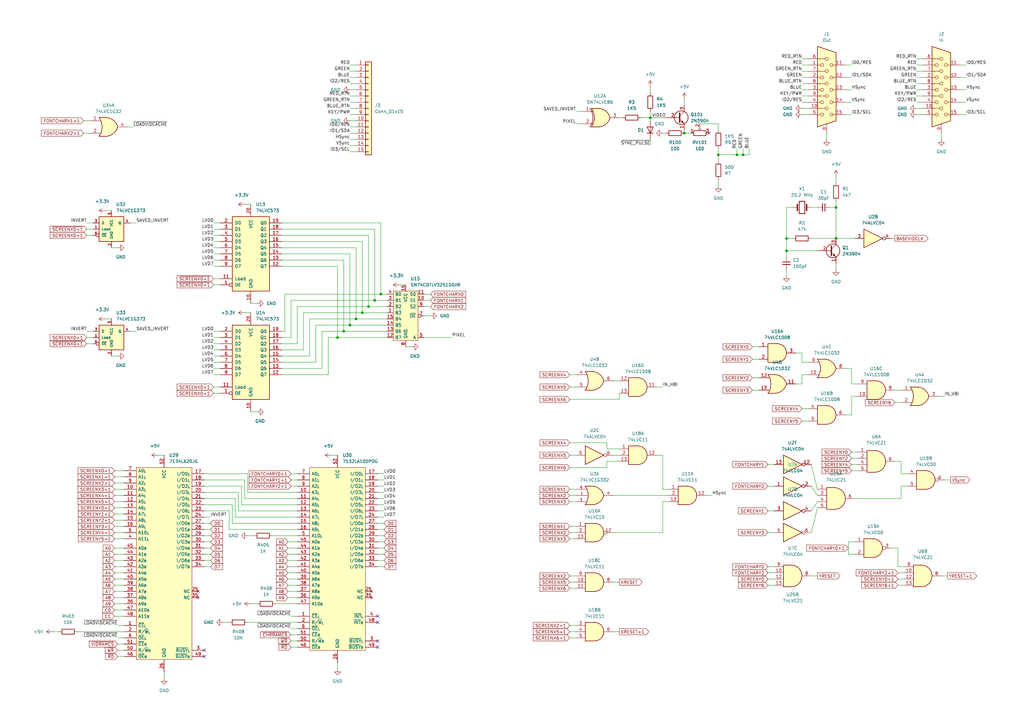
<source format=kicad_sch>
(kicad_sch (version 20211123) (generator eeschema)
  (paper "A3")
  (title_block (title "JupiterAce Z80 plus KIO and new memory format.") (rev "${REVNUM}") (company "Ontobus") (comment 1 "John Bradley") (comment 2 "https://creativecommons.org/licenses/by-nc-sa/4.0/") (comment 3 "Attribution-NonCommercial-ShareAlike 4.0 International License.") (comment 4 "This work is licensed under a Creative Commons "))
  (junction (at 294.64 63.5))
  (junction (at 151.13 125.73))
  (junction (at 322.58 102.87))
  (junction (at 148.59 128.27))
  (junction (at 156.21 120.65))
  (junction (at 322.58 97.79))
  (junction (at 138.43 138.43))
  (junction (at 143.51 133.35))
  (junction (at 153.67 123.19))
  (junction (at 342.9 97.79))
  (junction (at 280.67 54.61))
  (junction (at 146.05 130.81))
  (junction (at 140.97 135.89))
  (junction (at 266.7 48.26))
  (junction (at 342.9 85.09))
  (junction (at 302.26 63.5))
  (junction (at 304.8 63.5))
  (no_connect (at 290.83 54.61))
  (no_connect (at 154.94 265.43))
  (no_connect (at 154.94 262.89))
  (no_connect (at 83.82 269.24))
  (no_connect (at 154.94 255.27))
  (no_connect (at 83.82 266.7))
  (no_connect (at 154.94 252.73))
  (wire (pts (xy 119.38 194.31) (xy 121.92 194.31)))
  (wire (pts (xy 314.96 218.44) (xy 317.5 218.44)))
  (wire (pts (xy 83.82 224.79) (xy 86.36 224.79)))
  (wire (pts (xy 111.76 219.71) (xy 121.92 219.71)))
  (wire (pts (xy 251.46 186.69) (xy 254 186.69)))
  (wire (pts (xy 328.93 41.91) (xy 331.47 41.91)))
  (wire (pts (xy 375.92 29.21) (xy 378.46 29.21)))
  (wire (pts (xy 115.57 99.06) (xy 148.59 99.06)))
  (wire (pts (xy 143.51 133.35) (xy 158.75 133.35)))
  (wire (pts (xy 369.57 194.31) (xy 372.11 194.31)))
  (wire (pts (xy 134.62 153.67) (xy 134.62 138.43)))
  (wire (pts (xy 115.57 106.68) (xy 140.97 106.68)))
  (wire (pts (xy 302.26 60.96) (xy 302.26 63.5)))
  (wire (pts (xy 251.46 156.21) (xy 254 156.21)))
  (wire (pts (xy 251.46 203.2) (xy 274.32 203.2)))
  (wire (pts (xy 50.8 195.58) (xy 46.99 195.58)))
  (wire (pts (xy 233.68 191.77) (xy 248.92 191.77)))
  (wire (pts (xy 251.46 218.44) (xy 271.78 218.44)))
  (wire (pts (xy 100.33 128.27) (xy 102.87 128.27)))
  (wire (pts (xy 50.8 232.41) (xy 46.99 232.41)))
  (wire (pts (xy 67.31 275.59) (xy 67.31 278.13)))
  (wire (pts (xy 233.68 241.3) (xy 236.22 241.3)))
  (wire (pts (xy 154.94 217.17) (xy 157.48 217.17)))
  (wire (pts (xy 143.51 31.75) (xy 146.05 31.75)))
  (wire (pts (xy 38.1 93.98) (xy 35.56 93.98)))
  (wire (pts (xy 367.03 165.1) (xy 369.57 165.1)))
  (wire (pts (xy 83.82 229.87) (xy 86.36 229.87)))
  (wire (pts (xy 43.18 86.36) (xy 45.72 86.36)))
  (wire (pts (xy 115.57 146.05) (xy 127 146.05)))
  (wire (pts (xy 43.18 130.81) (xy 45.72 130.81)))
  (wire (pts (xy 121.92 212.09) (xy 96.52 212.09)))
  (wire (pts (xy 143.51 59.69) (xy 146.05 59.69)))
  (wire (pts (xy 322.58 85.09) (xy 325.12 85.09)))
  (wire (pts (xy 121.92 209.55) (xy 97.79 209.55)))
  (wire (pts (xy 262.89 48.26) (xy 266.7 48.26)))
  (wire (pts (xy 173.99 120.65) (xy 176.53 120.65)))
  (wire (pts (xy 342.9 107.95) (xy 342.9 110.49)))
  (wire (pts (xy 339.09 57.15) (xy 339.09 54.61)))
  (wire (pts (xy 46.99 252.73) (xy 50.8 252.73)))
  (wire (pts (xy 271.78 205.74) (xy 271.78 218.44)))
  (wire (pts (xy 48.26 261.62) (xy 50.8 261.62)))
  (wire (pts (xy 233.68 163.83) (xy 254 163.83)))
  (wire (pts (xy 266.7 48.26) (xy 273.05 48.26)))
  (wire (pts (xy 116.84 120.65) (xy 156.21 120.65)))
  (wire (pts (xy 93.98 217.17) (xy 121.92 217.17)))
  (wire (pts (xy 48.26 101.6) (xy 45.72 101.6)))
  (wire (pts (xy 342.9 82.55) (xy 342.9 85.09)))
  (wire (pts (xy 156.21 91.44) (xy 156.21 120.65)))
  (wire (pts (xy 396.24 41.91) (xy 393.7 41.91)))
  (wire (pts (xy 50.8 220.98) (xy 46.99 220.98)))
  (wire (pts (xy 115.57 151.13) (xy 132.08 151.13)))
  (wire (pts (xy 99.06 207.01) (xy 121.92 207.01)))
  (wire (pts (xy 375.92 44.45) (xy 378.46 44.45)))
  (wire (pts (xy 322.58 85.09) (xy 322.58 97.79)))
  (wire (pts (xy 121.92 222.25) (xy 118.11 222.25)))
  (wire (pts (xy 93.98 209.55) (xy 83.82 209.55)))
  (wire (pts (xy 154.94 219.71) (xy 157.48 219.71)))
  (wire (pts (xy 386.08 236.22) (xy 388.62 236.22)))
  (wire (pts (xy 50.8 224.79) (xy 46.99 224.79)))
  (wire (pts (xy 233.68 261.62) (xy 236.22 261.62)))
  (wire (pts (xy 396.24 26.67) (xy 393.7 26.67)))
  (wire (pts (xy 121.92 201.93) (xy 101.6 201.93)))
  (wire (pts (xy 266.7 45.72) (xy 266.7 48.26)))
  (wire (pts (xy 83.82 227.33) (xy 86.36 227.33)))
  (wire (pts (xy 50.8 198.12) (xy 46.99 198.12)))
  (wire (pts (xy 90.17 99.06) (xy 87.63 99.06)))
  (wire (pts (xy 143.51 54.61) (xy 146.05 54.61)))
  (wire (pts (xy 236.22 50.8) (xy 238.76 50.8)))
  (wire (pts (xy 83.82 214.63) (xy 86.36 214.63)))
  (wire (pts (xy 48.26 146.05) (xy 45.72 146.05)))
  (wire (pts (xy 322.58 97.79) (xy 325.12 97.79)))
  (wire (pts (xy 328.93 144.78) (xy 328.93 148.59)))
  (wire (pts (xy 115.57 138.43) (xy 119.38 138.43)))
  (wire (pts (xy 370.84 240.03) (xy 368.3 240.03)))
  (wire (pts (xy 119.38 257.81) (xy 121.92 257.81)))
  (wire (pts (xy 332.74 236.22) (xy 335.28 236.22)))
  (wire (pts (xy 115.57 140.97) (xy 121.92 140.97)))
  (wire (pts (xy 351.79 187.96) (xy 349.25 187.96)))
  (wire (pts (xy 314.96 209.55) (xy 317.5 209.55)))
  (wire (pts (xy 121.92 262.89) (xy 119.38 262.89)))
  (wire (pts (xy 90.17 106.68) (xy 87.63 106.68)))
  (wire (pts (xy 368.3 232.41) (xy 370.84 232.41)))
  (wire (pts (xy 304.8 60.96) (xy 304.8 63.5)))
  (wire (pts (xy 115.57 143.51) (xy 124.46 143.51)))
  (wire (pts (xy 105.41 247.65) (xy 102.87 247.65)))
  (wire (pts (xy 233.68 215.9) (xy 236.22 215.9)))
  (wire (pts (xy 52.07 52.07) (xy 54.61 52.07)))
  (wire (pts (xy 328.93 157.48) (xy 326.39 157.48)))
  (wire (pts (xy 119.38 252.73) (xy 121.92 252.73)))
  (wire (pts (xy 90.17 158.75) (xy 87.63 158.75)))
  (wire (pts (xy 148.59 128.27) (xy 158.75 128.27)))
  (wire (pts (xy 115.57 96.52) (xy 151.13 96.52)))
  (wire (pts (xy 375.92 41.91) (xy 378.46 41.91)))
  (wire (pts (xy 294.64 50.8) (xy 294.64 53.34)))
  (wire (pts (xy 233.68 218.44) (xy 236.22 218.44)))
  (wire (pts (xy 121.92 224.79) (xy 118.11 224.79)))
  (wire (pts (xy 90.17 143.51) (xy 87.63 143.51)))
  (wire (pts (xy 50.8 215.9) (xy 46.99 215.9)))
  (wire (pts (xy 38.1 140.97) (xy 35.56 140.97)))
  (wire (pts (xy 311.15 160.02) (xy 308.61 160.02)))
  (wire (pts (xy 90.17 140.97) (xy 87.63 140.97)))
  (wire (pts (xy 233.68 238.76) (xy 236.22 238.76)))
  (wire (pts (xy 328.93 46.99) (xy 331.47 46.99)))
  (wire (pts (xy 115.57 148.59) (xy 129.54 148.59)))
  (wire (pts (xy 50.8 208.28) (xy 46.99 208.28)))
  (wire (pts (xy 251.46 238.76) (xy 254 238.76)))
  (wire (pts (xy 143.51 44.45) (xy 146.05 44.45)))
  (wire (pts (xy 113.03 247.65) (xy 121.92 247.65)))
  (wire (pts (xy 384.81 162.56) (xy 387.35 162.56)))
  (wire (pts (xy 294.64 63.5) (xy 302.26 63.5)))
  (wire (pts (xy 351.79 185.42) (xy 349.25 185.42)))
  (wire (pts (xy 349.25 157.48) (xy 351.79 157.48)))
  (wire (pts (xy 129.54 133.35) (xy 143.51 133.35)))
  (wire (pts (xy 121.92 204.47) (xy 100.33 204.47)))
  (wire (pts (xy 294.64 63.5) (xy 294.64 60.96)))
  (wire (pts (xy 121.92 229.87) (xy 118.11 229.87)))
  (wire (pts (xy 369.57 199.39) (xy 369.57 204.47)))
  (wire (pts (xy 143.51 36.83) (xy 146.05 36.83)))
  (wire (pts (xy 90.17 101.6) (xy 87.63 101.6)))
  (wire (pts (xy 233.68 236.22) (xy 236.22 236.22)))
  (wire (pts (xy 372.11 199.39) (xy 369.57 199.39)))
  (wire (pts (xy 266.7 57.15) (xy 266.7 59.69)))
  (wire (pts (xy 115.57 93.98) (xy 153.67 93.98)))
  (wire (pts (xy 101.6 201.93) (xy 101.6 194.31)))
  (wire (pts (xy 119.38 199.39) (xy 121.92 199.39)))
  (wire (pts (xy 132.08 135.89) (xy 140.97 135.89)))
  (wire (pts (xy 233.68 220.98) (xy 236.22 220.98)))
  (wire (pts (xy 346.71 151.13) (xy 349.25 151.13)))
  (wire (pts (xy 90.17 161.29) (xy 87.63 161.29)))
  (wire (pts (xy 314.96 232.41) (xy 317.5 232.41)))
  (wire (pts (xy 119.38 196.85) (xy 121.92 196.85)))
  (wire (pts (xy 369.57 189.23) (xy 367.03 189.23)))
  (wire (pts (xy 34.29 54.61) (xy 36.83 54.61)))
  (wire (pts (xy 375.92 34.29) (xy 378.46 34.29)))
  (wire (pts (xy 140.97 135.89) (xy 158.75 135.89)))
  (wire (pts (xy 35.56 135.89) (xy 38.1 135.89)))
  (wire (pts (xy 50.8 210.82) (xy 46.99 210.82)))
  (wire (pts (xy 90.17 104.14) (xy 87.63 104.14)))
  (wire (pts (xy 369.57 204.47) (xy 350.52 204.47)))
  (wire (pts (xy 304.8 63.5) (xy 307.34 63.5)))
  (wire (pts (xy 83.82 194.31) (xy 101.6 194.31)))
  (wire (pts (xy 115.57 91.44) (xy 156.21 91.44)))
  (wire (pts (xy 138.43 186.69) (xy 135.89 186.69)))
  (wire (pts (xy 332.74 85.09) (xy 335.28 85.09)))
  (wire (pts (xy 104.14 219.71) (xy 101.6 219.71)))
  (wire (pts (xy 273.05 54.61) (xy 271.78 54.61)))
  (wire (pts (xy 233.68 205.74) (xy 236.22 205.74)))
  (wire (pts (xy 140.97 106.68) (xy 140.97 135.89)))
  (wire (pts (xy 83.82 204.47) (xy 96.52 204.47)))
  (wire (pts (xy 328.93 24.13) (xy 331.47 24.13)))
  (wire (pts (xy 105.41 124.46) (xy 102.87 124.46)))
  (wire (pts (xy 143.51 26.67) (xy 146.05 26.67)))
  (wire (pts (xy 280.67 53.34) (xy 280.67 54.61)))
  (wire (pts (xy 101.6 255.27) (xy 121.92 255.27)))
  (wire (pts (xy 154.94 227.33) (xy 157.48 227.33)))
  (wire (pts (xy 143.51 52.07) (xy 146.05 52.07)))
  (wire (pts (xy 83.82 219.71) (xy 86.36 219.71)))
  (wire (pts (xy 46.99 250.19) (xy 50.8 250.19)))
  (wire (pts (xy 90.17 153.67) (xy 87.63 153.67)))
  (wire (pts (xy 332.74 199.39) (xy 335.28 203.2)))
  (wire (pts (xy 396.24 31.75) (xy 393.7 31.75)))
  (wire (pts (xy 50.8 218.44) (xy 46.99 218.44)))
  (wire (pts (xy 274.32 200.66) (xy 271.78 200.66)))
  (wire (pts (xy 119.38 138.43) (xy 119.38 123.19)))
  (wire (pts (xy 138.43 109.22) (xy 138.43 138.43)))
  (wire (pts (xy 143.51 41.91) (xy 146.05 41.91)))
  (wire (pts (xy 375.92 39.37) (xy 378.46 39.37)))
  (wire (pts (xy 331.47 148.59) (xy 328.93 148.59)))
  (wire (pts (xy 138.43 138.43) (xy 158.75 138.43)))
  (wire (pts (xy 115.57 153.67) (xy 134.62 153.67)))
  (wire (pts (xy 119.38 260.35) (xy 121.92 260.35)))
  (wire (pts (xy 168.91 142.24) (xy 166.37 142.24)))
  (wire (pts (xy 349.25 26.67) (xy 346.71 26.67)))
  (wire (pts (xy 349.25 162.56) (xy 351.79 162.56)))
  (wire (pts (xy 90.17 109.22) (xy 87.63 109.22)))
  (wire (pts (xy 50.8 193.04) (xy 46.99 193.04)))
  (wire (pts (xy 119.38 123.19) (xy 153.67 123.19)))
  (wire (pts (xy 280.67 43.18) (xy 280.67 40.64)))
  (wire (pts (xy 46.99 245.11) (xy 50.8 245.11)))
  (wire (pts (xy 100.33 83.82) (xy 102.87 83.82)))
  (wire (pts (xy 132.08 135.89) (xy 132.08 151.13)))
  (wire (pts (xy 233.68 259.08) (xy 236.22 259.08)))
  (wire (pts (xy 331.47 172.72) (xy 328.93 172.72)))
  (wire (pts (xy 332.74 218.44) (xy 335.28 208.28)))
  (wire (pts (xy 118.11 242.57) (xy 121.92 242.57)))
  (wire (pts (xy 83.82 212.09) (xy 86.36 212.09)))
  (wire (pts (xy 331.47 167.64) (xy 328.93 167.64)))
  (wire (pts (xy 294.64 63.5) (xy 294.64 66.04)))
  (wire (pts (xy 233.68 186.69) (xy 236.22 186.69)))
  (wire (pts (xy 328.93 26.67) (xy 331.47 26.67)))
  (wire (pts (xy 35.56 91.44) (xy 38.1 91.44)))
  (wire (pts (xy 121.92 214.63) (xy 95.25 214.63)))
  (wire (pts (xy 375.92 31.75) (xy 378.46 31.75)))
  (wire (pts (xy 154.94 204.47) (xy 157.48 204.47)))
  (wire (pts (xy 154.94 194.31) (xy 157.48 194.31)))
  (wire (pts (xy 331.47 153.67) (xy 328.93 153.67)))
  (wire (pts (xy 151.13 96.52) (xy 151.13 125.73)))
  (wire (pts (xy 328.93 31.75) (xy 331.47 31.75)))
  (wire (pts (xy 369.57 189.23) (xy 369.57 194.31)))
  (wire (pts (xy 302.26 63.5) (xy 304.8 63.5)))
  (wire (pts (xy 97.79 209.55) (xy 97.79 201.93)))
  (wire (pts (xy 176.53 123.19) (xy 173.99 123.19)))
  (wire (pts (xy 50.8 234.95) (xy 46.99 234.95)))
  (wire (pts (xy 154.94 222.25) (xy 157.48 222.25)))
  (wire (pts (xy 53.34 135.89) (xy 55.88 135.89)))
  (wire (pts (xy 138.43 271.78) (xy 138.43 274.32)))
  (wire (pts (xy 90.17 91.44) (xy 87.63 91.44)))
  (wire (pts (xy 311.15 147.32) (xy 308.61 147.32)))
  (wire (pts (xy 311.15 142.24) (xy 308.61 142.24)))
  (wire (pts (xy 143.51 29.21) (xy 146.05 29.21)))
  (wire (pts (xy 375.92 24.13) (xy 378.46 24.13)))
  (wire (pts (xy 50.8 205.74) (xy 46.99 205.74)))
  (wire (pts (xy 38.1 138.43) (xy 35.56 138.43)))
  (wire (pts (xy 83.82 232.41) (xy 86.36 232.41)))
  (wire (pts (xy 271.78 186.69) (xy 269.24 186.69)))
  (wire (pts (xy 314.96 234.95) (xy 317.5 234.95)))
  (wire (pts (xy 67.31 186.69) (xy 64.77 186.69)))
  (wire (pts (xy 340.36 85.09) (xy 342.9 85.09)))
  (wire (pts (xy 349.25 41.91) (xy 346.71 41.91)))
  (wire (pts (xy 83.82 217.17) (xy 86.36 217.17)))
  (wire (pts (xy 134.62 138.43) (xy 138.43 138.43)))
  (wire (pts (xy 90.17 114.3) (xy 87.63 114.3)))
  (wire (pts (xy 387.35 196.85) (xy 389.89 196.85)))
  (wire (pts (xy 266.7 49.53) (xy 266.7 48.26)))
  (wire (pts (xy 233.68 203.2) (xy 236.22 203.2)))
  (wire (pts (xy 46.99 240.03) (xy 50.8 240.03)))
  (wire (pts (xy 143.51 57.15) (xy 146.05 57.15)))
  (wire (pts (xy 50.8 269.24) (xy 48.26 269.24)))
  (wire (pts (xy 124.46 128.27) (xy 148.59 128.27)))
  (wire (pts (xy 31.75 259.08) (xy 50.8 259.08)))
  (wire (pts (xy 365.76 224.79) (xy 368.3 224.79)))
  (wire (pts (xy 254 189.23) (xy 248.92 189.23)))
  (wire (pts (xy 121.92 125.73) (xy 151.13 125.73)))
  (wire (pts (xy 154.94 207.01) (xy 157.48 207.01)))
  (wire (pts (xy 50.8 227.33) (xy 46.99 227.33)))
  (wire (pts (xy 148.59 99.06) (xy 148.59 128.27)))
  (wire (pts (xy 368.3 234.95) (xy 370.84 234.95)))
  (wire (pts (xy 342.9 74.93) (xy 342.9 72.39)))
  (wire (pts (xy 266.7 35.56) (xy 266.7 38.1)))
  (wire (pts (xy 254 48.26) (xy 255.27 48.26)))
  (wire (pts (xy 46.99 247.65) (xy 50.8 247.65)))
  (wire (pts (xy 314.96 190.5) (xy 317.5 190.5)))
  (wire (pts (xy 322.58 102.87) (xy 322.58 105.41)))
  (wire (pts (xy 93.98 255.27) (xy 91.44 255.27)))
  (wire (pts (xy 146.05 101.6) (xy 146.05 130.81)))
  (wire (pts (xy 153.67 123.19) (xy 158.75 123.19)))
  (wire (pts (xy 115.57 101.6) (xy 146.05 101.6)))
  (wire (pts (xy 151.13 125.73) (xy 158.75 125.73)))
  (wire (pts (xy 269.24 158.75) (xy 271.78 158.75)))
  (wire (pts (xy 121.92 234.95) (xy 118.11 234.95)))
  (wire (pts (xy 328.93 153.67) (xy 328.93 157.48)))
  (wire (pts (xy 349.25 170.18) (xy 349.25 162.56)))
  (wire (pts (xy 83.82 207.01) (xy 95.25 207.01)))
  (wire (pts (xy 83.82 222.25) (xy 86.36 222.25)))
  (wire (pts (xy 328.93 39.37) (xy 331.47 39.37)))
  (wire (pts (xy 248.92 184.15) (xy 254 184.15)))
  (wire (pts (xy 90.17 116.84) (xy 87.63 116.84)))
  (wire (pts (xy 90.17 135.89) (xy 87.63 135.89)))
  (wire (pts (xy 294.64 76.2) (xy 294.64 73.66)))
  (wire (pts (xy 322.58 102.87) (xy 335.28 102.87)))
  (wire (pts (xy 251.46 259.08) (xy 254 259.08)))
  (wire (pts (xy 118.11 240.03) (xy 121.92 240.03)))
  (wire (pts (xy 50.8 266.7) (xy 48.26 266.7)))
  (wire (pts (xy 271.78 200.66) (xy 271.78 186.69)))
  (wire (pts (xy 173.99 138.43) (xy 185.42 138.43)))
  (wire (pts (xy 233.68 158.75) (xy 236.22 158.75)))
  (wire (pts (xy 156.21 120.65) (xy 158.75 120.65)))
  (wire (pts (xy 38.1 96.52) (xy 35.56 96.52)))
  (wire (pts (xy 342.9 85.09) (xy 342.9 97.79)))
  (wire (pts (xy 115.57 109.22) (xy 138.43 109.22)))
  (wire (pts (xy 50.8 237.49) (xy 46.99 237.49)))
  (wire (pts (xy 233.68 200.66) (xy 236.22 200.66)))
  (wire (pts (xy 370.84 237.49) (xy 368.3 237.49)))
  (wire (pts (xy 48.26 264.16) (xy 50.8 264.16)))
  (wire (pts (xy 46.99 242.57) (xy 50.8 242.57)))
  (wire (pts (xy 368.3 232.41) (xy 368.3 224.79)))
  (wire (pts (xy 375.92 26.67) (xy 378.46 26.67)))
  (wire (pts (xy 351.79 193.04) (xy 349.25 193.04)))
  (wire (pts (xy 121.92 227.33) (xy 118.11 227.33)))
  (wire (pts (xy 105.41 168.91) (xy 102.87 168.91)))
  (wire (pts (xy 96.52 212.09) (xy 96.52 204.47)))
  (wire (pts (xy 115.57 135.89) (xy 116.84 135.89)))
  (wire (pts (xy 154.94 212.09) (xy 157.48 212.09)))
  (wire (pts (xy 83.82 199.39) (xy 99.06 199.39)))
  (wire (pts (xy 154.94 201.93) (xy 157.48 201.93)))
  (wire (pts (xy 365.76 97.79) (xy 367.03 97.79)))
  (wire (pts (xy 233.68 181.61) (xy 248.92 181.61)))
  (wire (pts (xy 396.24 36.83) (xy 393.7 36.83)))
  (wire (pts (xy 143.51 46.99) (xy 146.05 46.99)))
  (wire (pts (xy 83.82 201.93) (xy 97.79 201.93)))
  (wire (pts (xy 349.25 46.99) (xy 346.71 46.99)))
  (wire (pts (xy 154.94 209.55) (xy 157.48 209.55)))
  (wire (pts (xy 90.17 96.52) (xy 87.63 96.52)))
  (wire (pts (xy 143.51 133.35) (xy 143.51 104.14)))
  (wire (pts (xy 143.51 39.37) (xy 146.05 39.37)))
  (wire (pts (xy 90.17 148.59) (xy 87.63 148.59)))
  (wire (pts (xy 93.98 217.17) (xy 93.98 209.55)))
  (wire (pts (xy 322.58 113.03) (xy 322.58 110.49)))
  (wire (pts (xy 127 130.81) (xy 127 146.05)))
  (wire (pts (xy 396.24 46.99) (xy 393.7 46.99)))
  (wire (pts (xy 154.94 199.39) (xy 157.48 199.39)))
  (wire (pts (xy 34.29 49.53) (xy 36.83 49.53)))
  (wire (pts (xy 127 130.81) (xy 146.05 130.81)))
  (wire (pts (xy 143.51 34.29) (xy 146.05 34.29)))
  (wire (pts (xy 90.17 151.13) (xy 87.63 151.13)))
  (wire (pts (xy 154.94 214.63) (xy 157.48 214.63)))
  (wire (pts (xy 90.17 146.05) (xy 87.63 146.05)))
  (wire (pts (xy 121.92 125.73) (xy 121.92 140.97)))
  (wire (pts (xy 176.53 129.54) (xy 173.99 129.54)))
  (wire (pts (xy 314.96 199.39) (xy 317.5 199.39)))
  (wire (pts (xy 53.34 91.44) (xy 55.88 91.44)))
  (wire (pts (xy 349.25 36.83) (xy 346.71 36.83)))
  (wire (pts (xy 121.92 265.43) (xy 119.38 265.43)))
  (wire (pts (xy 154.94 229.87) (xy 157.48 229.87)))
  (wire (pts (xy 124.46 143.51) (xy 124.46 128.27)))
  (wire (pts (xy 350.52 222.25) (xy 347.98 222.25)))
  (wire (pts (xy 153.67 93.98) (xy 153.67 123.19)))
  (wire (pts (xy 346.71 170.18) (xy 349.25 170.18)))
  (wire (pts (xy 143.51 49.53) (xy 146.05 49.53)))
  (wire (pts (xy 349.25 151.13) (xy 349.25 157.48)))
  (wire (pts (xy 143.51 62.23) (xy 146.05 62.23)))
  (wire (pts (xy 121.92 232.41) (xy 118.11 232.41)))
  (wire (pts (xy 248.92 189.23) (xy 248.92 191.77)))
  (wire (pts (xy 328.93 29.21) (xy 331.47 29.21)))
  (wire (pts (xy 154.94 232.41) (xy 157.48 232.41)))
  (wire (pts (xy 328.93 36.83) (xy 331.47 36.83)))
  (wire (pts (xy 311.15 154.94) (xy 308.61 154.94)))
  (wire (pts (xy 129.54 133.35) (xy 129.54 148.59)))
  (wire (pts (xy 118.11 245.11) (xy 121.92 245.11)))
  (wire (pts (xy 116.84 135.89) (xy 116.84 120.65)))
  (wire (pts (xy 351.79 190.5) (xy 349.25 190.5)))
  (wire (pts (xy 307.34 60.96) (xy 307.34 63.5)))
  (wire (pts (xy 367.03 160.02) (xy 369.57 160.02)))
  (wire (pts (xy 118.11 237.49) (xy 121.92 237.49)))
  (wire (pts (xy 236.22 45.72) (xy 238.76 45.72)))
  (wire (pts (xy 287.02 50.8) (xy 294.64 50.8)))
  (wire (pts (xy 347.98 222.25) (xy 347.98 227.33)))
  (wire (pts (xy 50.8 229.87) (xy 46.99 229.87)))
  (wire (pts (xy 50.8 203.2) (xy 46.99 203.2)))
  (wire (pts (xy 173.99 125.73) (xy 176.53 125.73)))
  (wire (pts (xy 322.58 97.79) (xy 322.58 102.87)))
  (wire (pts (xy 317.5 240.03) (xy 314.96 240.03)))
  (wire (pts (xy 332.74 209.55) (xy 335.28 205.74)))
  (wire (pts (xy 289.56 203.2) (xy 292.1 203.2)))
  (wire (pts (xy 248.92 181.61) (xy 248.92 184.15)))
  (wire (pts (xy 48.26 256.54) (xy 50.8 256.54)))
  (wire (pts (xy 95.25 214.63) (xy 95.25 207.01)))
  (wire (pts (xy 375.92 46.99) (xy 378.46 46.99)))
  (wire (pts (xy 280.67 54.61) (xy 283.21 54.61)))
  (wire (pts (xy 24.13 259.08) (xy 21.59 259.08)))
  (wire (pts (xy 386.08 57.15) (xy 386.08 54.61)))
  (wire (pts (xy 146.05 130.81) (xy 158.75 130.81)))
  (wire (pts (xy 328.93 144.78) (xy 326.39 144.78)))
  (wire (pts (xy 50.8 200.66) (xy 46.99 200.66)))
  (wire (pts (xy 342.9 97.79) (xy 350.52 97.79)))
  (wire (pts (xy 375.92 36.83) (xy 378.46 36.83)))
  (wire (pts (xy 99.06 199.39) (xy 99.06 207.01)))
  (wire (pts (xy 349.25 31.75) (xy 346.71 31.75)))
  (wire (pts (xy 317.5 237.49) (xy 314.96 237.49)))
  (wire (pts (xy 274.32 205.74) (xy 271.78 205.74)))
  (wire (pts (xy 83.82 196.85) (xy 100.33 196.85)))
  (wire (pts (xy 328.93 44.45) (xy 331.47 44.45)))
  (wire (pts (xy 233.68 256.54) (xy 236.22 256.54)))
  (wire (pts (xy 163.83 116.84) (xy 166.37 116.84)))
  (wire (pts (xy 90.17 93.98) (xy 87.63 93.98)))
  (wire (pts (xy 154.94 196.85) (xy 157.48 196.85)))
  (wire (pts (xy 115.57 104.14) (xy 143.51 104.14)))
  (wire (pts (xy 328.93 34.29) (xy 331.47 34.29)))
  (wire (pts (xy 332.74 97.79) (xy 342.9 97.79)))
  (wire (pts (xy 50.8 213.36) (xy 46.99 213.36)))
  (wire (pts (xy 233.68 153.67) (xy 236.22 153.67)))
  (wire (pts (xy 100.33 196.85) (xy 100.33 204.47)))
  (wire (pts (xy 347.98 227.33) (xy 350.52 227.33)))
  (wire (pts (xy 154.94 224.79) (xy 157.48 224.79)))
  (wire (pts (xy 332.74 190.5) (xy 335.28 200.66)))
  (wire (pts (xy 90.17 138.43) (xy 87.63 138.43)))
  (wire (pts (xy 254 161.29) (xy 254 163.83)))
  (label "PIXEL" (at 185.42 138.43 0))
  (label "ID3{slash}SCL" (at 143.51 62.23 180))
  (label "GREEN" (at 304.8 60.96 90))
  (label "GREEN_RTN" (at 328.93 29.21 180))
  (label "HSync" (at 143.51 57.15 180))
  (label "RED_RTN" (at 375.92 24.13 180))
  (label "ID1{slash}SDA" (at 396.24 31.75 0))
  (label "LVD6" (at 157.48 209.55 0))
  (label "BLUE" (at 328.93 36.83 180))
  (label "ID3{slash}SCL" (at 349.25 46.99 0))
  (label "IN_HBI" (at 271.78 158.75 0))
  (label "LVD7" (at 87.63 109.22 180))
  (label "ID0{slash}RES" (at 143.51 52.07 180))
  (label "KEY{slash}PWR" (at 143.51 46.99 180))
  (label "LVD6" (at 87.63 151.13 180))
  (label "SAVED_INVERT" (at 55.88 135.89 0))
  (label "KEY{slash}PWR" (at 375.92 39.37 180))
  (label "LVD0" (at 157.48 194.31 0))
  (label "VSync" (at 349.25 41.91 0))
  (label "LVD4" (at 87.63 146.05 180))
  (label "ID2{slash}RES" (at 143.51 34.29 180))
  (label "HSync" (at 292.1 203.2 0))
  (label "LVD6" (at 87.63 106.68 180))
  (label "SAVED_INVERT" (at 55.88 91.44 0))
  (label "INVERT" (at 35.56 91.44 180))
  (label "ID0{slash}RES" (at 396.24 26.67 0))
  (label "VIDEO" (at 273.05 48.26 0))
  (label "VSync" (at 396.24 41.91 0))
  (label "LVD1" (at 87.63 93.98 180))
  (label "LVD0" (at 87.63 91.44 180))
  (label "GREEN_RTN" (at 375.92 29.21 180))
  (label "~{SYNC_PULSE}" (at 266.7 59.69 180))
  (label "LVD1" (at 87.63 138.43 180))
  (label "LVD7" (at 87.63 153.67 180))
  (label "HSync" (at 396.24 36.83 0))
  (label "RED_RTN" (at 328.93 24.13 180))
  (label "RED_RTN" (at 143.51 39.37 180))
  (label "ID2{slash}RES" (at 375.92 41.91 180))
  (label "BLUE_RTN" (at 328.93 34.29 180))
  (label "LVD7" (at 157.48 212.09 0))
  (label "LVD3" (at 87.63 143.51 180))
  (label "LVD0" (at 87.63 135.89 180))
  (label "HSync" (at 349.25 36.83 0))
  (label "ID2{slash}RES" (at 328.93 41.91 180))
  (label "GREEN" (at 328.93 31.75 180))
  (label "LVD4" (at 87.63 101.6 180))
  (label "RED" (at 302.26 60.96 90))
  (label "RED" (at 143.51 26.67 180))
  (label "LVD4" (at 157.48 204.47 0))
  (label "LVD5" (at 157.48 207.01 0))
  (label "KEY{slash}PWR" (at 328.93 39.37 180))
  (label "GREEN_RTN" (at 143.51 41.91 180))
  (label "BLUE_RTN" (at 375.92 34.29 180))
  (label "LVD2" (at 157.48 199.39 0))
  (label "ID1{slash}SDA" (at 143.51 54.61 180))
  (label "PIXEL" (at 236.22 50.8 180))
  (label "LVD5" (at 87.63 104.14 180))
  (label "VSync" (at 143.51 59.69 180))
  (label "~{LOADVIDCACHE}" (at 54.61 52.07 0))
  (label "GREEN" (at 375.92 31.75 180))
  (label "LVD2" (at 87.63 140.97 180))
  (label "LVD5" (at 87.63 148.59 180))
  (label "ID3{slash}SCL" (at 396.24 46.99 0))
  (label "~{LOADVIDCACHE}" (at 48.26 261.62 180))
  (label "LVD3" (at 87.63 99.06 180))
  (label "GREEN" (at 143.51 29.21 180))
  (label "ID1{slash}SDA" (at 349.25 31.75 0))
  (label "IN_VBI" (at 387.35 162.56 0))
  (label "~{LOADVIDCACHE}" (at 119.38 252.73 180))
  (label "LVD3" (at 157.48 201.93 0))
  (label "RED" (at 328.93 26.67 180))
  (label "LVD1" (at 157.48 196.85 0))
  (label "~{LOADVIDCACHE}" (at 119.38 257.81 180))
  (label "INVERT" (at 35.56 135.89 180))
  (label "BLUE" (at 375.92 36.83 180))
  (label "BLUE" (at 307.34 60.96 90))
  (label "LVD2" (at 87.63 96.52 180))
  (label "BLUE_RTN" (at 143.51 44.45 180))
  (label "RED" (at 375.92 26.67 180))
  (label "BLUE" (at 143.51 31.75 180))
  (label "ID0{slash}RES" (at 349.25 26.67 0))
  (label "INVERT" (at 86.36 212.09 0))
  (label "SAVED_INVERT" (at 236.22 45.72 180))
  (label "~{LOADVIDCACHE}" (at 48.26 256.54 180))
  (global_label "SCREENX6+1" (shape input) (at 233.68 261.62 180) (property "Intersheet References" "${INTERSHEET_REFS}" (at 218.6879 261.5406 0) (effects (justify right))))
  (global_label "A7" (shape input) (at 46.99 242.57 180) (property "Intersheet References" "${INTERSHEET_REFS}" (at 42.2788 242.4906 0) (effects (justify right))))
  (global_label "D4" (shape input) (at 86.36 224.79 0) (property "Intersheet References" "${INTERSHEET_REFS}" (at 91.2526 224.7106 0) (effects (justify left))))
  (global_label "SCREENX6" (shape input) (at 233.68 241.3 180) (property "Intersheet References" "${INTERSHEET_REFS}" (at 221.4698 241.2206 0) (effects (justify right))))
  (global_label "SCREENX2+1" (shape input) (at 46.99 198.12 180) (property "Intersheet References" "${INTERSHEET_REFS}" (at 31.9979 198.0406 0) (effects (justify right))))
  (global_label "FONTCHARX1+1" (shape input) (at 34.29 49.53 180) (property "Intersheet References" "${INTERSHEET_REFS}" (at 16.9998 49.4506 0) (effects (justify right))))
  (global_label "SCREENY6+1" (shape input) (at 368.3 240.03 180) (property "Intersheet References" "${INTERSHEET_REFS}" (at 353.4288 239.9506 0) (effects (justify right))))
  (global_label "SCREENX2" (shape input) (at 233.68 203.2 180) (property "Intersheet References" "${INTERSHEET_REFS}" (at 221.4698 203.1206 0) (effects (justify right))))
  (global_label "D5" (shape input) (at 86.36 227.33 0) (property "Intersheet References" "${INTERSHEET_REFS}" (at 91.2526 227.2506 0) (effects (justify left))))
  (global_label "D5" (shape input) (at 157.48 227.33 0) (property "Intersheet References" "${INTERSHEET_REFS}" (at 162.3726 227.2506 0) (effects (justify left))))
  (global_label "SCREENX2" (shape input) (at 233.68 218.44 180) (property "Intersheet References" "${INTERSHEET_REFS}" (at 221.4698 218.3606 0) (effects (justify right))))
  (global_label "A4" (shape input) (at 118.11 232.41 180) (property "Intersheet References" "${INTERSHEET_REFS}" (at 113.3988 232.3306 0) (effects (justify right))))
  (global_label "SCREENX5+1" (shape input) (at 233.68 259.08 180) (property "Intersheet References" "${INTERSHEET_REFS}" (at 218.6879 259.0006 0) (effects (justify right))))
  (global_label "A8" (shape input) (at 118.11 242.57 180) (property "Intersheet References" "${INTERSHEET_REFS}" (at 113.3988 242.4906 0) (effects (justify right))))
  (global_label "A5" (shape input) (at 118.11 234.95 180) (property "Intersheet References" "${INTERSHEET_REFS}" (at 113.3988 234.8706 0) (effects (justify right))))
  (global_label "SCREENX4+1" (shape input) (at 46.99 203.2 180) (property "Intersheet References" "${INTERSHEET_REFS}" (at 31.9979 203.1206 0) (effects (justify right))))
  (global_label "XRESET" (shape output) (at 254 238.76 0) (property "Intersheet References" "${INTERSHEET_REFS}" (at 263.3679 238.6806 0) (effects (justify left))))
  (global_label "FONTCHARY1" (shape input) (at 314.96 190.5 180) (property "Intersheet References" "${INTERSHEET_REFS}" (at 300.5726 190.4206 0) (effects (justify right))))
  (global_label "FONTCHARY2" (shape input) (at 314.96 199.39 180) (property "Intersheet References" "${INTERSHEET_REFS}" (at 300.5726 199.3106 0) (effects (justify right))))
  (global_label "FONTCHARX0" (shape input) (at 176.53 120.65 0) (property "Intersheet References" "${INTERSHEET_REFS}" (at 191.0383 120.5706 0) (effects (justify left))))
  (global_label "FONTCHARY1+1" (shape input) (at 119.38 196.85 180) (property "Intersheet References" "${INTERSHEET_REFS}" (at 102.2107 196.7706 0) (effects (justify right))))
  (global_label "SCREENX0+1" (shape input) (at 35.56 96.52 180) (property "Intersheet References" "${INTERSHEET_REFS}" (at 20.5679 96.4406 0) (effects (justify right))))
  (global_label "SCREENY6" (shape input) (at 367.03 165.1 180) (property "Intersheet References" "${INTERSHEET_REFS}" (at 354.9407 165.0206 0) (effects (justify right))))
  (global_label "D2" (shape input) (at 157.48 219.71 0) (property "Intersheet References" "${INTERSHEET_REFS}" (at 162.3726 219.6306 0) (effects (justify left))))
  (global_label "SCREENY0" (shape input) (at 349.25 185.42 180) (property "Intersheet References" "${INTERSHEET_REFS}" (at 337.1607 185.3406 0) (effects (justify right))))
  (global_label "SCREENY4+1" (shape input) (at 46.99 218.44 180) (property "Intersheet References" "${INTERSHEET_REFS}" (at 32.1188 218.3606 0) (effects (justify right))))
  (global_label "SCREENY0" (shape input) (at 308.61 142.24 180) (property "Intersheet References" "${INTERSHEET_REFS}" (at 296.5207 142.1606 0) (effects (justify right))))
  (global_label "SCREENX4" (shape input) (at 233.68 181.61 180) (property "Intersheet References" "${INTERSHEET_REFS}" (at 221.4698 181.5306 0) (effects (justify right))))
  (global_label "A5" (shape input) (at 46.99 237.49 180) (property "Intersheet References" "${INTERSHEET_REFS}" (at 42.2788 237.4106 0) (effects (justify right))))
  (global_label "A9" (shape input) (at 46.99 247.65 180) (property "Intersheet References" "${INTERSHEET_REFS}" (at 42.2788 247.5706 0) (effects (justify right))))
  (global_label "SCREENY5+1" (shape input) (at 46.99 220.98 180) (property "Intersheet References" "${INTERSHEET_REFS}" (at 32.1188 220.9006 0) (effects (justify right))))
  (global_label "A7" (shape input) (at 118.11 240.03 180) (property "Intersheet References" "${INTERSHEET_REFS}" (at 113.3988 239.9506 0) (effects (justify right))))
  (global_label "A2" (shape input) (at 46.99 229.87 180) (property "Intersheet References" "${INTERSHEET_REFS}" (at 42.2788 229.7906 0) (effects (justify right))))
  (global_label "~{RD}" (shape input) (at 119.38 265.43 180) (property "Intersheet References" "${INTERSHEET_REFS}" (at 114.4269 265.3506 0) (effects (justify right))))
  (global_label "A9" (shape input) (at 118.11 245.11 180) (property "Intersheet References" "${INTERSHEET_REFS}" (at 113.3988 245.0306 0) (effects (justify right))))
  (global_label "~{SCREENX0+1}" (shape input) (at 35.56 93.98 180) (property "Intersheet References" "${INTERSHEET_REFS}" (at 20.5679 93.9006 0) (effects (justify right))))
  (global_label "XRESET+1" (shape output) (at 254 259.08 0) (property "Intersheet References" "${INTERSHEET_REFS}" (at 266.1498 259.0006 0) (effects (justify left))))
  (global_label "SCREENX5" (shape input) (at 233.68 186.69 180) (property "Intersheet References" "${INTERSHEET_REFS}" (at 221.4698 186.6106 0) (effects (justify right))))
  (global_label "SCREENY1+1" (shape input) (at 46.99 210.82 180) (property "Intersheet References" "${INTERSHEET_REFS}" (at 32.1188 210.7406 0) (effects (justify right))))
  (global_label "D7" (shape input) (at 86.36 232.41 0) (property "Intersheet References" "${INTERSHEET_REFS}" (at 91.2526 232.3306 0) (effects (justify left))))
  (global_label "A8" (shape input) (at 46.99 245.11 180) (property "Intersheet References" "${INTERSHEET_REFS}" (at 42.2788 245.0306 0) (effects (justify right))))
  (global_label "A4" (shape input) (at 46.99 234.95 180) (property "Intersheet References" "${INTERSHEET_REFS}" (at 42.2788 234.8706 0) (effects (justify right))))
  (global_label "SCREENX2+1" (shape input) (at 233.68 256.54 180) (property "Intersheet References" "${INTERSHEET_REFS}" (at 218.6879 256.4606 0) (effects (justify right))))
  (global_label "SCREENX3" (shape input) (at 233.68 205.74 180) (property "Intersheet References" "${INTERSHEET_REFS}" (at 221.4698 205.6606 0) (effects (justify right))))
  (global_label "D3" (shape input) (at 86.36 222.25 0) (property "Intersheet References" "${INTERSHEET_REFS}" (at 91.2526 222.1706 0) (effects (justify left))))
  (global_label "FONTCHARX2" (shape input) (at 176.53 125.73 0) (property "Intersheet References" "${INTERSHEET_REFS}" (at 191.0383 125.6506 0) (effects (justify left))))
  (global_label "FONTCHARX1" (shape input) (at 176.53 123.19 0) (property "Intersheet References" "${INTERSHEET_REFS}" (at 191.0383 123.1106 0) (effects (justify left))))
  (global_label "YRESET" (shape output) (at 335.28 236.22 0) (property "Intersheet References" "${INTERSHEET_REFS}" (at 344.5269 236.1406 0) (effects (justify left))))
  (global_label "VSync" (shape output) (at 389.89 196.85 0) (property "Intersheet References" "${INTERSHEET_REFS}" (at 397.8064 196.7706 0) (effects (justify left))))
  (global_label "SCREENY0+1" (shape input) (at 46.99 208.28 180) (property "Intersheet References" "${INTERSHEET_REFS}" (at 32.1188 208.2006 0) (effects (justify right))))
  (global_label "SCREENX5" (shape input) (at 233.68 238.76 180) (property "Intersheet References" "${INTERSHEET_REFS}" (at 221.4698 238.6806 0) (effects (justify right))))
  (global_label "SCREENX1" (shape input) (at 233.68 200.66 180) (property "Intersheet References" "${INTERSHEET_REFS}" (at 221.4698 200.5806 0) (effects (justify right))))
  (global_label "A1" (shape input) (at 46.99 227.33 180) (property "Intersheet References" "${INTERSHEET_REFS}" (at 42.2788 227.2506 0) (effects (justify right))))
  (global_label "D7" (shape input) (at 157.48 232.41 0) (property "Intersheet References" "${INTERSHEET_REFS}" (at 162.3726 232.3306 0) (effects (justify left))))
  (global_label "SCREENX3+1" (shape input) (at 46.99 200.66 180) (property "Intersheet References" "${INTERSHEET_REFS}" (at 31.9979 200.5806 0) (effects (justify right))))
  (global_label "~{CHRRAMCS}" (shape input) (at 119.38 260.35 180) (property "Intersheet References" "${INTERSHEET_REFS}" (at 106.8069 260.2706 0) (effects (justify right))))
  (global_label "SCREENX6" (shape input) (at 233.68 191.77 180) (property "Intersheet References" "${INTERSHEET_REFS}" (at 221.4698 191.6906 0) (effects (justify right))))
  (global_label "SCREENX3" (shape input) (at 233.68 220.98 180) (property "Intersheet References" "${INTERSHEET_REFS}" (at 221.4698 220.9006 0) (effects (justify right))))
  (global_label "SCREENY4" (shape input) (at 349.25 190.5 180) (property "Intersheet References" "${INTERSHEET_REFS}" (at 337.1607 190.4206 0) (effects (justify right))))
  (global_label "FONTCHARY2" (shape input) (at 314.96 234.95 180) (property "Intersheet References" "${INTERSHEET_REFS}" (at 300.5726 234.8706 0) (effects (justify right))))
  (global_label "SCREENX6" (shape input) (at 233.68 163.83 180) (property "Intersheet References" "${INTERSHEET_REFS}" (at 221.4698 163.7506 0) (effects (justify right))))
  (global_label "SCREENY4" (shape input) (at 328.93 167.64 180) (property "Intersheet References" "${INTERSHEET_REFS}" (at 316.8407 167.5606 0) (effects (justify right))))
  (global_label "~{WR}" (shape input) (at 48.26 266.7 180) (property "Intersheet References" "${INTERSHEET_REFS}" (at 43.1255 266.6206 0) (effects (justify right))))
  (global_label "A1" (shape input) (at 118.11 224.79 180) (property "Intersheet References" "${INTERSHEET_REFS}" (at 113.3988 224.7106 0) (effects (justify right))))
  (global_label "D0" (shape input) (at 157.48 214.63 0) (property "Intersheet References" "${INTERSHEET_REFS}" (at 162.3726 214.5506 0) (effects (justify left))))
  (global_label "A6" (shape input) (at 46.99 240.03 180) (property "Intersheet References" "${INTERSHEET_REFS}" (at 42.2788 239.9506 0) (effects (justify right))))
  (global_label "FONTCHARY2+1" (shape input) (at 119.38 199.39 180) (property "Intersheet References" "${INTERSHEET_REFS}" (at 102.2107 199.3106 0) (effects (justify right))))
  (global_label "SCREENY3" (shape input) (at 314.96 218.44 180) (property "Intersheet References" "${INTERSHEET_REFS}" (at 302.8707 218.3606 0) (effects (justify right))))
  (global_label "D6" (shape input) (at 86.36 229.87 0) (property "Intersheet References" "${INTERSHEET_REFS}" (at 91.2526 229.7906 0) (effects (justify left))))
  (global_label "~{RD}" (shape input) (at 48.26 269.24 180) (property "Intersheet References" "${INTERSHEET_REFS}" (at 43.3069 269.1606 0) (effects (justify right))))
  (global_label "SCREENY0+1" (shape input) (at 368.3 237.49 180) (property "Intersheet References" "${INTERSHEET_REFS}" (at 353.4288 237.4106 0) (effects (justify right))))
  (global_label "~{VIDRAMCS}" (shape input) (at 48.26 264.16 180) (property "Intersheet References" "${INTERSHEET_REFS}" (at 36.594 264.0806 0) (effects (justify right))))
  (global_label "C1" (shape input) (at 46.99 252.73 180) (property "Intersheet References" "${INTERSHEET_REFS}" (at 42.0974 252.6506 0) (effects (justify right))))
  (global_label "FONTCHARY2+1" (shape input) (at 368.3 234.95 180) (property "Intersheet References" "${INTERSHEET_REFS}" (at 351.1307 234.8706 0) (effects (justify right))))
  (global_label "D0" (shape input) (at 86.36 214.63 0) (property "Intersheet References" "${INTERSHEET_REFS}" (at 91.2526 214.5506 0) (effects (justify left))))
  (global_label "A3" (shape input) (at 118.11 229.87 180) (property "Intersheet References" "${INTERSHEET_REFS}" (at 113.3988 229.7906 0) (effects (justify right))))
  (global_label "D1" (shape input) (at 157.48 217.17 0) (property "Intersheet References" "${INTERSHEET_REFS}" (at 162.3726 217.0906 0) (effects (justify left))))
  (global_label "SCREENX0+1" (shape input) (at 87.63 161.29 180) (property "Intersheet References" "${INTERSHEET_REFS}" (at 72.6379 161.2106 0) (effects (justify right))))
  (global_label "SCREENY3+1" (shape input) (at 46.99 215.9 180) (property "Intersheet References" "${INTERSHEET_REFS}" (at 32.1188 215.8206 0) (effects (justify right))))
  (global_label "A6" (shape input) (at 118.11 237.49 180) (property "Intersheet References" "${INTERSHEET_REFS}" (at 113.3988 237.4106 0) (effects (justify right))))
  (global_label "BASEVIDCLK" (shape output) (at 367.03 97.79 0) (property "Intersheet References" "${INTERSHEET_REFS}" (at 380.6917 97.7106 0) (effects (justify left))))
  (global_label "SCREENY0" (shape input) (at 314.96 237.49 180) (property "Intersheet References" "${INTERSHEET_REFS}" (at 302.8707 237.4106 0) (effects (justify right))))
  (global_label "FONTCHARY0+1" (shape input) (at 347.98 224.79 180) (property "Intersheet References" "${INTERSHEET_REFS}" (at 330.8107 224.7106 0) (effects (justify right))))
  (global_label "SCREENY5" (shape input) (at 349.25 193.04 180) (property "Intersheet References" "${INTERSHEET_REFS}" (at 337.1607 192.9606 0) (effects (justify right))))
  (global_label "~{SCREENX0+1}" (shape input) (at 87.63 116.84 180) (property "Intersheet References" "${INTERSHEET_REFS}" (at 72.6379 116.7606 0) (effects (justify right))))
  (global_label "D2" (shape input) (at 86.36 219.71 0) (property "Intersheet References" "${INTERSHEET_REFS}" (at 91.2526 219.6306 0) (effects (justify left))))
  (global_label "SCREENX1+1" (shape input) (at 46.99 195.58 180) (property "Intersheet References" "${INTERSHEET_REFS}" (at 31.9979 195.5006 0) (effects (justify right))))
  (global_label "D1" (shape input) (at 86.36 217.17 0) (property "Intersheet References" "${INTERSHEET_REFS}" (at 91.2526 217.0906 0) (effects (justify left))))
  (global_label "SCREENY6" (shape input) (at 314.96 240.03 180) (property "Intersheet References" "${INTERSHEET_REFS}" (at 302.8707 239.9506 0) (effects (justify right))))
  (global_label "A3" (shape input) (at 46.99 232.41 180) (property "Intersheet References" "${INTERSHEET_REFS}" (at 42.2788 232.3306 0) (effects (justify right))))
  (global_label "A0" (shape input) (at 46.99 224.79 180) (property "Intersheet References" "${INTERSHEET_REFS}" (at 42.2788 224.7106 0) (effects (justify right))))
  (global_label "SCREENX0+1" (shape input) (at 46.99 193.04 180) (property "Intersheet References" "${INTERSHEET_REFS}" (at 31.9979 192.9606 0) (effects (justify right))))
  (global_label "SCREENX4" (shape input) (at 233.68 153.67 180) (property "Intersheet References" "${INTERSHEET_REFS}" (at 221.4698 153.5906 0) (effects (justify right))))
  (global_label "FONTCHARY0" (shape input) (at 314.96 232.41 180) (property "Intersheet References" "${INTERSHEET_REFS}" (at 300.5726 232.3306 0) (effects (justify right))))
  (global_label "SCREENX5" (shape input) (at 233.68 158.75 180) (property "Intersheet References" "${INTERSHEET_REFS}" (at 221.4698 158.6706 0) (effects (justify right))))
  (global_label "SCREENY2" (shape input) (at 349.25 187.96 180) (property "Intersheet References" "${INTERSHEET_REFS}" (at 337.1607 187.8806 0) (effects (justify right))))
  (global_label "A0" (shape input) (at 118.11 222.25 180) (property "Intersheet References" "${INTERSHEET_REFS}" (at 113.3988 222.1706 0) (effects (justify right))))
  (global_label "FONTCHARY0+1" (shape input) (at 119.38 194.31 180) (property "Intersheet References" "${INTERSHEET_REFS}" (at 102.2107 194.2306 0) (effects (justify right))))
  (global_label "SCREENX2" (shape input) (at 233.68 236.22 180) (property "Intersheet References" "${INTERSHEET_REFS}" (at 221.4698 236.1406 0) (effects (justify right))))
  (global_label "D4" (shape input) (at 157.48 224.79 0) (property "Intersheet References" "${INTERSHEET_REFS}" (at 162.3726 224.7106 0) (effects (justify left))))
  (global_label "D6" (shape input) (at 157.48 229.87 0) (property "Intersheet References" "${INTERSHEET_REFS}" (at 162.3726 229.7906 0) (effects (justify left))))
  (global_label "~{SCREENX0+1}" (shape input) (at 87.63 114.3 180) (property "Intersheet References" "${INTERSHEET_REFS}" (at 72.6379 114.2206 0) (effects (justify right))))
  (global_label "D3" (shape input) (at 157.48 222.25 0) (property "Intersheet References" "${INTERSHEET_REFS}" (at 162.3726 222.1706 0) (effects (justify left))))
  (global_label "SCREENY2+1" (shape input) (at 46.99 213.36 180) (property "Intersheet References" "${INTERSHEET_REFS}" (at 32.1188 213.2806 0) (effects (justify right))))
  (global_label "SCREENY3" (shape input) (at 308.61 160.02 180) (property "Intersheet References" "${INTERSHEET_REFS}" (at 296.5207 159.9406 0) (effects (justify right))))
  (global_label "~{SCREENX0+1}" (shape input) (at 35.56 140.97 180) (property "Intersheet References" "${INTERSHEET_REFS}" (at 20.5679 140.8906 0) (effects (justify right))))
  (global_label "SCREENX1" (shape input) (at 233.68 215.9 180) (property "Intersheet References" "${INTERSHEET_REFS}" (at 221.4698 215.8206 0) (effects (justify right))))
  (global_label "SCREENY1" (shape input) (at 308.61 147.32 180) (property "Intersheet References" "${INTERSHEET_REFS}" (at 296.5207 147.2406 0) (effects (justify right))))
  (global_label "SCREENX0+1" (shape input) (at 87.63 158.75 180) (property "Intersheet References" "${INTERSHEET_REFS}" (at 72.6379 158.6706 0) (effects (justify right))))
  (global_label "YRESET+1" (shape output) (at 388.62 236.22 0) (property "Intersheet References" "${INTERSHEET_REFS}" (at 400.6488 236.1406 0) (effects (justify left))))
  (global_label "SCREENY2" (shape input) (at 308.61 154.94 180) (property "Intersheet References" "${INTERSHEET_REFS}" (at 296.5207 154.8606 0) (effects (justify right))))
  (global_label "SCREENX0+1" (shape input) (at 35.56 138.43 180) (property "Intersheet References" "${INTERSHEET_REFS}" (at 20.5679 138.3506 0) (effects (justify right))))
  (global_label "C0" (shape input) (at 46.99 250.19 180) (property "Intersheet References" "${INTERSHEET_REFS}" (at 42.0974 250.1106 0) (effects (justify right))))
  (global_label "SCREENY1" (shape input) (at 314.96 209.55 180) (property "Intersheet References" "${INTERSHEET_REFS}" (at 302.8707 209.4706 0) (effects (justify right))))
  (global_label "A2" (shape input) (at 118.11 227.33 180) (property "Intersheet References" "${INTERSHEET_REFS}" (at 113.3988 227.2506 0) (effects (justify right))))
  (global_label "~{WR}" (shape input) (at 119.38 262.89 180) (property "Intersheet References" "${INTERSHEET_REFS}" (at 114.2455 262.8106 0) (effects (justify right))))
  (global_label "SCREENX5+1" (shape input) (at 46.99 205.74 180) (property "Intersheet References" "${INTERSHEET_REFS}" (at 31.9979 205.6606 0) (effects (justify right))))
  (global_label "FONTCHARX2+1" (shape input) (at 34.29 54.61 180) (property "Intersheet References" "${INTERSHEET_REFS}" (at 16.9998 54.5306 0) (effects (justify right))))
  (global_label "SCREENY5" (shape input) (at 328.93 172.72 180) (property "Intersheet References" "${INTERSHEET_REFS}" (at 316.8407 172.6406 0) (effects (justify right))))
  (symbol (lib_id "power:+3.3V") (at 163.83 116.84 90) (unit 1)
    (property "Reference" "#PWR0114" (effects hide))
    (property "Value" "+3.3V" (at 162.56 113.03 90))
  )
  (symbol (lib_id "ExtraSymbols:IDT71321-421-52PIN-PLCC") (at 121.92 194.31 0) (unit 1)
    (property "Reference" "U30" (at 140.4494 186.69 0) (effects (justify left)))
    (property "Value" "7132LA100PDG" (at 140.4494 189.23 0) (effects (justify left)))
    (property "Footprint" "ExtraFootprints:PLCC-52_THT-Socket" (effects hide))
    (property "Datasheet" "https://www.idt.com/document/dst/71321421-datasheet" (effects hide))
    (property "Description" "SRAM 2K x 8 Dual-Port RAM Memory & Logic/ Master" (effects hide))
    (property "Height" "3.8" (effects hide))
  )
  (symbol (lib_id "power:GND") (at 143.51 36.83 270) (unit 1)
    (property "Reference" "# PWR0135" (effects hide))
    (property "Value" "GND" (at 139.7 36.8299 90) (effects (justify right)))
  )
  (symbol (lib_id "74xx-FIX:74LS32") (at 243.84 156.21 0) (unit 2)
    (property "Reference" "U4" (at 243.84 147.32 0))
    (property "Value" "74VLC1032" (at 243.84 149.86 0))
    (property "Footprint" "Package_SO:SOIC-14_3.9x8.7mm_P1.27mm" (effects hide))
    (property "Datasheet" "http://www.ti.com/lit/gpn/sn74LS32" (effects hide))
  )
  (symbol (lib_id "power:+3.3V") (at 100.33 83.82 90) (unit 1)
    (property "Reference" "#PWR0112" (effects hide))
    (property "Value" "+3.3V" (at 99.06 80.01 90))
  )
  (symbol (lib_id "power:GND") (at 322.58 113.03 0) (unit 1)
    (property "Reference" "#~PWR0108" (effects hide))
    (property "Value" "GND" (at 322.58 118.11 0))
  )
  (symbol (lib_id "74xx:74LS00") (at 358.14 224.79 0) (unit 1)
    (property "Reference" "U19" (at 358.14 215.9 0))
    (property "Value" "74LVC00" (at 358.14 218.44 0))
    (property "Footprint" "Package_SO:SOIC-14_3.9x8.7mm_P1.27mm" (effects hide))
    (property "Datasheet" "http://www.ti.com/lit/gpn/sn74ls00" (effects hide))
    (property "Manufacturer_Part_Number" "SN74AHCT00N" (effects hide))
    (property "Manufacturer_Name" "Texas Instruments" (effects hide))
  )
  (symbol (lib_id "74xx-FIX:74LS21") (at 342.9 204.47 0) (unit 1)
    (property "Reference" "U25" (at 342.9 194.31 0))
    (property "Value" "74LVC21" (at 342.9 196.85 0))
    (property "Footprint" "Package_SO:SOIC-14_3.9x8.7mm_P1.27mm" (effects hide))
    (property "Datasheet" "http://www.ti.com/lit/gpn/sn74LS21" (effects hide))
  )
  (symbol (lib_id "power:GND") (at 101.6 219.71 270) (unit 1)
    (property "Reference" "# PWR0105" (effects hide))
    (property "Value" "GND" (at 97.79 219.7099 90) (effects (justify right)))
  )
  (symbol (lib_id "74xx-FIX:74LS21") (at 359.41 189.23 0) (unit 1)
    (property "Reference" "U6" (at 359.41 179.07 0))
    (property "Value" "74LVC21" (at 359.41 181.61 0))
    (property "Footprint" "Package_SO:SOIC-14_3.9x8.7mm_P1.27mm" (effects hide))
    (property "Datasheet" "http://www.ti.com/lit/gpn/sn74LS21" (effects hide))
  )
  (symbol (lib_id "power:+5V") (at 266.7 35.56 0) (unit 1)
    (property "Reference" "#PWR0129" (effects hide))
    (property "Value" "+5V" (at 266.7 30.48 0))
  )
  (symbol (lib_id "Device:R") (at 259.08 48.26 270) (unit 1)
    (property "Reference" "R3" (at 259.08 41.91 90))
    (property "Value" "1K5" (at 259.08 44.45 90))
    (property "Footprint" "Resistor_THT:R_Axial_DIN0204_L3.6mm_D1.6mm_P1.90mm_Vertical" (effects hide))
    (property "Manufacturer_Name" "Vishay" (effects hide))
    (property "Manufacturer_Part_Number" "MBA02040C1501FC100" (effects hide))
  )
  (symbol (lib_id "power:GND") (at 271.78 54.61 270) (unit 1)
    (property "Reference" "#~SUPPLY0101" (effects hide))
    (property "Value" "GND" (at 270.51 50.8 90))
  )
  (symbol (lib_id "power:+3.3V") (at 43.18 130.81 90) (unit 1)
    (property "Reference" "#PWR08" (effects hide))
    (property "Value" "+3.3V" (at 41.91 127 90))
  )
  (symbol (lib_id "74xx-FIX:74LS04") (at 325.12 199.39 0) (unit 1)
    (property "Reference" "U7" (at 325.12 190.5 0))
    (property "Value" "74VLC04" (at 325.12 193.04 0))
    (property "Footprint" "Package_SO:SOIC-14_3.9x8.7mm_P1.27mm" (effects hide))
    (property "Datasheet" "http://www.ti.com/lit/gpn/sn74LS04" (effects hide))
  )
  (symbol (lib_id "power:+5V") (at 64.77 186.69 90) (unit 1)
    (property "Reference" "#PWR0121" (effects hide))
    (property "Value" "+5V" (at 63.5 182.88 90))
  )
  (symbol (lib_id "74xx:74LS08") (at 339.09 170.18 0) (unit 2)
    (property "Reference" "U16" (at 339.09 161.29 0))
    (property "Value" "74VLC1008" (at 339.09 163.83 0))
    (property "Footprint" "Package_SO:SOIC-14_3.9x8.7mm_P1.27mm" (effects hide))
    (property "Datasheet" "http://www.ti.com/lit/gpn/sn74LS08" (effects hide))
    (property "Manufacturer_Part_Number" "SN74AHCT08N" (effects hide))
    (property "Manufacturer_Name" "Texas Instruments" (effects hide))
  )
  (symbol (lib_id "Connector_Generic:Conn_01x15") (at 151.13 44.45 0) (unit 1)
    (property "Reference" "J3" (at 153.67 43.1799 0) (effects (justify left)))
    (property "Value" "Conn_01x15" (at 153.67 45.7199 0) (effects (justify left)))
    (property "Footprint" "Connector_PinHeader_2.54mm:PinHeader_1x15_P2.54mm_Vertical" (effects hide))
  )
  (symbol (lib_id "power:GND") (at 176.53 129.54 90) (unit 1)
    (property "Reference" "# PWR0143" (effects hide))
    (property "Value" "GND" (at 180.34 129.5399 90) (effects (justify right)))
  )
  (symbol (lib_id "Device:R") (at 294.64 69.85 0) (mirror x) (unit 1)
    (property "Reference" "R7" (at 297.18 71.1201 0) (effects (justify left)))
    (property "Value" "500" (at 297.18 68.5801 0) (effects (justify left)))
    (property "Footprint" "Resistor_THT:R_Axial_DIN0204_L3.6mm_D1.6mm_P1.90mm_Vertical" (effects hide))
    (property "Manufacturer_Name" "Vishay" (effects hide))
    (property "Manufacturer_Part_Number" "MBA02040C1501FC100" (effects hide))
  )
  (symbol (lib_id "Device:R") (at 342.9 78.74 0) (unit 1)
    (property "Reference" "R1" (at 345.44 77.4699 0) (effects (justify left)))
    (property "Value" "4k7" (at 345.44 80.0099 0) (effects (justify left)))
    (property "Footprint" "Resistor_THT:R_Axial_DIN0204_L3.6mm_D1.6mm_P1.90mm_Vertical" (effects hide))
    (property "Manufacturer_Name" "Vishay" (effects hide))
    (property "Manufacturer_Part_Number" "MBA02040C4708FRP00" (effects hide))
  )
  (symbol (lib_id "Connector:DB15_Female_HighDensity_MountingHoles") (at 339.09 36.83 0) (unit 1)
    (property "Reference" "J1" (at 339.09 13.97 0))
    (property "Value" "Out" (at 339.09 16.51 0))
    (property "Footprint" "Connector_Dsub:DSUB-15-HD_Female_Horizontal_P2.29x1.98mm_EdgePinOffset8.35mm_Housed_MountingHolesOffset10.89mm" (effects hide))
    (property "Datasheet" " ~" (effects hide))
  )
  (symbol (lib_id "power:GND") (at 375.92 46.99 270) (unit 1)
    (property "Reference" "# PWR0133" (effects hide))
    (property "Value" "GND" (at 372.11 46.9899 90) (effects (justify right)))
  )
  (symbol (lib_id "74xx:74LS00") (at 379.73 196.85 0) (unit 2)
    (property "Reference" "U19" (at 379.73 187.96 0))
    (property "Value" "74LVC00" (at 379.73 190.5 0))
    (property "Footprint" "Package_SO:SOIC-14_3.9x8.7mm_P1.27mm" (effects hide))
    (property "Datasheet" "http://www.ti.com/lit/gpn/sn74ls00" (effects hide))
    (property "Manufacturer_Part_Number" "SN74AHCT00N" (effects hide))
    (property "Manufacturer_Name" "Texas Instruments" (effects hide))
  )
  (symbol (lib_id "74xx-FIX:74LS21") (at 325.12 236.22 0) (unit 2)
    (property "Reference" "U25" (at 325.12 243.84 0))
    (property "Value" "74LVC21" (at 325.12 246.38 0))
    (property "Footprint" "Package_SO:SOIC-14_3.9x8.7mm_P1.27mm" (effects hide))
    (property "Datasheet" "http://www.ti.com/lit/gpn/sn74LS21" (effects hide))
  )
  (symbol (lib_id "74xx-FIX:74LVC1G332") (at 243.84 203.2 0) (unit 1)
    (property "Reference" "U3" (at 243.84 194.31 0))
    (property "Value" "74LVC1G332" (at 243.84 196.85 0))
    (property "Footprint" "Package_SO:TSOP-6_1.65x3.05mm_P0.95mm" (effects hide))
    (property "Datasheet" "http://www.ti.com/lit/sg/scyt129e/scyt129e.pdf" (effects hide))
  )
  (symbol (lib_id "ExtraSymbols:SN74CBTLV3251DGVR") (at 161.29 119.38 0) (unit 1)
    (property "Reference" "U15" (at 168.3894 114.3 0) (effects (justify left)))
    (property "Value" "SN74CBTLV3251DGVR" (at 168.3894 116.84 0) (effects (justify left)))
    (property "Footprint" "Package_SO:TSSOP-16_4.4x5mm_P0.65mm" (effects hide))
    (property "Datasheet" "https://datasheet.datasheetarchive.com/originals/distributors/Datasheets-302/23631.pdf" (effects hide))
    (property "Description" "3.3-V, 8:1, 1-channel analog multiplexer" (effects hide))
    (property "Height" "1.2" (effects hide))
    (property "Mouser Part Number" "595-SNCBTLV3251DGVR" (effects hide))
    (property "Manufacturer_Name" "Texas Instruments" (effects hide))
    (property "Manufacturer_Part_Number" "SN74CBTLV3251DGVR" (effects hide))
  )
  (symbol (lib_id "Device:R") (at 294.64 57.15 0) (mirror x) (unit 1)
    (property "Reference" "R9" (at 297.18 58.4201 0) (effects (justify left)))
    (property "Value" "1K5" (at 297.18 55.8801 0) (effects (justify left)))
    (property "Footprint" "Resistor_THT:R_Axial_DIN0204_L3.6mm_D1.6mm_P1.90mm_Vertical" (effects hide))
    (property "Manufacturer_Name" "Vishay" (effects hide))
    (property "Manufacturer_Part_Number" "MBA02040C1501FC100" (effects hide))
  )
  (symbol (lib_id "74xx-FIX:74LS21") (at 378.46 236.22 0) (unit 2)
    (property "Reference" "U6" (at 378.46 226.06 0))
    (property "Value" "74LVC21" (at 378.46 228.6 0))
    (property "Footprint" "Package_SO:SOIC-14_3.9x8.7mm_P1.27mm" (effects hide))
    (property "Datasheet" "http://www.ti.com/lit/gpn/sn74LS21" (effects hide))
  )
  (symbol (lib_id "Device:R") (at 27.94 259.08 90) (unit 1)
    (property "Reference" "R403" (at 27.94 252.73 90))
    (property "Value" "10K" (at 27.94 255.27 90))
    (property "Footprint" "Resistor_THT:R_Axial_DIN0204_L3.6mm_D1.6mm_P1.90mm_Vertical" (effects hide))
    (property "Manufacturer_Name" "Vishay" (effects hide))
    (property "Manufacturer_Part_Number" "MBA02040C4708FRP00" (effects hide))
  )
  (symbol (lib_id "74xx-FIX:74LS32") (at 339.09 151.13 0) (unit 3)
    (property "Reference" "U4" (at 339.09 142.24 0))
    (property "Value" "74VLC1032" (at 339.09 144.78 0))
    (property "Footprint" "Package_SO:SOIC-14_3.9x8.7mm_P1.27mm" (effects hide))
    (property "Datasheet" "http://www.ti.com/lit/gpn/sn74LS32" (effects hide))
  )
  (symbol (lib_id "power:GND") (at 375.92 44.45 270) (unit 1)
    (property "Reference" "# PWR0134" (effects hide))
    (property "Value" "GND" (at 372.11 44.4499 90) (effects (justify right)))
  )
  (symbol (lib_id "Device:C_Small") (at 322.58 107.95 0) (unit 1)
    (property "Reference" "C2" (at 325.12 106.6862 0) (effects (justify left)))
    (property "Value" "100pF" (at 325.12 109.2262 0) (effects (justify left)))
    (property "Footprint" "Capacitor_THT:C_Disc_D5.0mm_W2.5mm_P2.50mm" (effects hide))
    (property "Manufacturer_Name" "TDK" (effects hide))
    (property "Manufacturer_Part_Number" "FA18C0G1H101JNU06 " (effects hide))
  )
  (symbol (lib_id "power:+5V") (at 342.9 72.39 0) (unit 1)
    (property "Reference" "#PWR0128" (effects hide))
    (property "Value" "+5V" (at 342.9 67.31 0))
  )
  (symbol (lib_id "74xx:74LS11") (at 281.94 203.2 0) (unit 1)
    (property "Reference" "U11" (at 281.94 194.31 0))
    (property "Value" "74LVC11" (at 281.94 196.85 0))
    (property "Footprint" "Package_SO:SOIC-14_3.9x8.7mm_P1.27mm" (effects hide))
    (property "Datasheet" "http://www.ti.com/lit/gpn/sn74LS11" (effects hide))
  )
  (symbol (lib_id "74xx-FIX:74LS10") (at 243.84 218.44 0) (unit 1)
    (property "Reference" "U10" (at 243.84 209.55 0))
    (property "Value" "74LVC10" (at 243.84 212.09 0))
    (property "Footprint" "Package_SO:SOIC-14_3.9x8.7mm_P1.27mm" (effects hide))
    (property "Datasheet" "http://www.ti.com/lit/gpn/sn74LS10" (effects hide))
  )
  (symbol (lib_id "power:GND") (at 105.41 124.46 90) (unit 1)
    (property "Reference" "# PWR0116" (effects hide))
    (property "Value" "GND" (at 109.22 124.4599 90) (effects (justify right)))
  )
  (symbol (lib_id "Diode:1N4148") (at 266.7 53.34 90) (unit 1)
    (property "Reference" "D1" (at 264.16 53.3399 90) (effects (justify left)))
    (property "Value" "1N4148" (effects hide))
    (property "Footprint" "Diode_THT:D_DO-35_SOD27_P2.54mm_Vertical_AnodeUp" (effects hide))
    (property "Datasheet" "https://assets.nexperia.com/documents/data-sheet/1N4148_1N4448.pdf" (effects hide))
    (property "Manufacturer_Name" "ON Semiconductor" (effects hide))
    (property "Manufacturer_Part_Number" "1N4148" (effects hide))
  )
  (symbol (lib_id "power:GND") (at 386.08 57.15 0) (unit 1)
    (property "Reference" "# PWR0132" (effects hide))
    (property "Value" "GND" (at 386.08 62.23 0))
  )
  (symbol (lib_id "power:+5V") (at 21.59 259.08 90) (unit 1)
    (property "Reference" "#PWR0126" (effects hide))
    (property "Value" "+5V" (at 17.78 259.0799 90) (effects (justify left)))
  )
  (symbol (lib_id "74xx:74LS11") (at 243.84 259.08 0) (unit 2)
    (property "Reference" "U18" (at 243.84 250.19 0))
    (property "Value" "74LVC11" (at 243.84 252.73 0))
    (property "Footprint" "Package_SO:SOIC-14_3.9x8.7mm_P1.27mm" (effects hide))
    (property "Datasheet" "http://www.ti.com/lit/gpn/sn74LS11" (effects hide))
  )
  (symbol (lib_id "power:+5V") (at 102.87 247.65 90) (unit 1)
    (property "Reference" "#PWR0127" (effects hide))
    (property "Value" "+5V" (at 99.06 247.6499 90) (effects (justify left)))
  )
  (symbol (lib_id "ExtraSymbols:IDT71342-52PIN-PLCC") (at 50.8 194.31 0) (unit 1)
    (property "Reference" "U29" (at 69.3294 186.69 0) (effects (justify left)))
    (property "Value" "7134LA20JG " (at 69.3294 189.23 0) (effects (justify left)))
    (property "Footprint" "ExtraFootprints:PLCC-52_THT-Socket" (effects hide))
    (property "Datasheet" "https://www.idt.com/document/dst/71321421-datasheet" (effects hide))
    (property "Description" "SRAM 2K x 8 Dual-Port RAM Memory & Logic/ Master" (effects hide))
    (property "Height" "3.8" (effects hide))
  )
  (symbol (lib_id "74xx:74LS08") (at 359.41 160.02 0) (unit 3)
    (property "Reference" "U16" (at 359.41 151.13 0))
    (property "Value" "74VLC1008" (at 359.41 153.67 0))
    (property "Footprint" "Package_SO:SOIC-14_3.9x8.7mm_P1.27mm" (effects hide))
    (property "Datasheet" "http://www.ti.com/lit/gpn/sn74LS08" (effects hide))
    (property "Manufacturer_Part_Number" "SN74AHCT08N" (effects hide))
    (property "Manufacturer_Name" "Texas Instruments" (effects hide))
  )
  (symbol (lib_id "74xx:74LS08") (at 318.77 144.78 0) (unit 1)
    (property "Reference" "U16" (at 318.77 135.89 0))
    (property "Value" "74VLC1008" (at 318.77 138.43 0))
    (property "Footprint" "Package_SO:SOIC-14_3.9x8.7mm_P1.27mm" (effects hide))
    (property "Datasheet" "http://www.ti.com/lit/gpn/sn74LS08" (effects hide))
    (property "Manufacturer_Part_Number" "SN74AHCT08N" (effects hide))
    (property "Manufacturer_Name" "Texas Instruments" (effects hide))
  )
  (symbol (lib_id "74xx:74LS08") (at 261.62 158.75 0) (unit 4)
    (property "Reference" "U16" (at 261.62 149.86 0))
    (property "Value" "74VLC1008" (at 261.62 152.4 0))
    (property "Footprint" "Package_SO:SOIC-14_3.9x8.7mm_P1.27mm" (effects hide))
    (property "Datasheet" "http://www.ti.com/lit/gpn/sn74LS08" (effects hide))
    (property "Manufacturer_Part_Number" "SN74AHCT08N" (effects hide))
    (property "Manufacturer_Name" "Texas Instruments" (effects hide))
  )
  (symbol (lib_id "74xx-FIX:74LS573") (at 102.87 104.14 0) (unit 1)
    (property "Reference" "U13" (at 104.8894 83.82 0) (effects (justify left)))
    (property "Value" "74LVC573" (at 104.8894 86.36 0) (effects (justify left)))
    (property "Footprint" "ExtraFootprints:SOIC-20N-127P780X200" (effects hide))
    (property "Datasheet" "74xx/74hc573.pdf" (effects hide))
  )
  (symbol (lib_id "74xx:74LS11") (at 243.84 238.76 0) (unit 3)
    (property "Reference" "U18" (at 243.84 229.87 0))
    (property "Value" "74LVC11" (at 243.84 232.41 0))
    (property "Footprint" "Package_SO:SOIC-14_3.9x8.7mm_P1.27mm" (effects hide))
    (property "Datasheet" "http://www.ti.com/lit/gpn/sn74LS11" (effects hide))
  )
  (symbol (lib_id "power:GND") (at 48.26 101.6 90) (unit 1)
    (property "Reference" "# PWR01" (effects hide))
    (property "Value" "GND" (at 49.53 105.41 90))
  )
  (symbol (lib_id "Transistor_BJT:2N3904") (at 278.13 48.26 0) (unit 1)
    (property "Reference" "Q101" (at 283.21 46.9899 0) (effects (justify left)))
    (property "Value" "2N3904" (at 283.21 49.5299 0) (effects (justify left)))
    (property "Footprint" "Package_TO_SOT_THT:TO-92_Inline" (effects hide))
    (property "Datasheet" "https://www.onsemi.com/pub/Collateral/2N3903-D.PDF" (effects hide))
    (property "Manufacturer_Part_Number" "2N3904" (effects hide))
  )
  (symbol (lib_id "power:GND") (at 294.64 76.2 0) (unit 1)
    (property "Reference" "# PWR03" (effects hide))
    (property "Value" "GND" (at 294.64 81.28 0))
  )
  (symbol (lib_id "power:+5V") (at 280.67 40.64 0) (unit 1)
    (property "Reference" "#PWR0130" (effects hide))
    (property "Value" "+5V" (at 280.67 35.56 0))
  )
  (symbol (lib_id "power:GND") (at 143.51 49.53 270) (unit 1)
    (property "Reference" "# PWR0136" (effects hide))
    (property "Value" "GND" (at 139.7 49.5299 90) (effects (justify right)))
  )
  (symbol (lib_id "74xx:74LS04") (at 325.12 190.5 0) (unit 6)
    (property "Reference" "U2" (at 325.12 181.61 0))
    (property "Value" "74ALVC04" (at 325.12 184.15 0))
    (property "Footprint" "Package_SO:SOIC-14_3.9x8.7mm_P1.27mm" (effects hide))
    (property "Datasheet" "http://www.ti.com/lit/gpn/sn74LS04" (effects hide))
    (property "Manufacturer_Part_Number" "SN74AHCT04" (effects hide))
  )
  (symbol (lib_id "Connector:DB15_Female_HighDensity_MountingHoles") (at 386.08 36.83 0) (unit 1)
    (property "Reference" "J2" (at 386.08 13.97 0))
    (property "Value" "In" (at 386.08 16.51 0))
    (property "Footprint" "Connector_Dsub:DSUB-15-HD_Female_Horizontal_P2.29x1.98mm_EdgePinOffset8.35mm_Housed_MountingHolesOffset10.89mm" (effects hide))
    (property "Datasheet" " ~" (effects hide))
  )
  (symbol (lib_id "Transistor_BJT:2N3904") (at 340.36 102.87 0) (unit 1)
    (property "Reference" "Q1" (at 345.44 101.5999 0) (effects (justify left)))
    (property "Value" "2N3904" (at 345.44 104.1399 0) (effects (justify left)))
    (property "Footprint" "Package_TO_SOT_THT:TO-92_Inline" (effects hide))
    (property "Datasheet" "https://www.onsemi.com/pub/Collateral/2N3903-D.PDF" (effects hide))
    (property "Manufacturer_Part_Number" "2N3904" (effects hide))
  )
  (symbol (lib_id "Device:R") (at 109.22 247.65 90) (unit 1)
    (property "Reference" "R406" (at 109.22 241.3 90))
    (property "Value" "1K" (at 109.22 243.84 90))
    (property "Footprint" "Resistor_THT:R_Axial_DIN0204_L3.6mm_D1.6mm_P1.90mm_Vertical" (effects hide))
    (property "Manufacturer_Name" "Vishay" (effects hide))
    (property "Manufacturer_Part_Number" "MBA02040C4708FRP00" (effects hide))
  )
  (symbol (lib_id "Device:C_Small") (at 337.82 85.09 270) (unit 1)
    (property "Reference" "C1" (at 337.8136 78.74 90))
    (property "Value" "30pF" (at 337.8136 81.28 90))
    (property "Footprint" "Capacitor_THT:C_Disc_D5.0mm_W2.5mm_P2.50mm" (effects hide))
    (property "Manufacturer_Name" "AVX " (effects hide))
    (property "Manufacturer_Part_Number" "SR151A300JAR " (effects hide))
  )
  (symbol (lib_id "74xx:74LS04") (at 243.84 186.69 0) (unit 3)
    (property "Reference" "U2" (at 243.84 176.53 0))
    (property "Value" "74ALVC04" (at 243.84 179.07 0))
    (property "Footprint" "Package_SO:SOIC-14_3.9x8.7mm_P1.27mm" (effects hide))
    (property "Datasheet" "http://www.ti.com/lit/gpn/sn74LS04" (effects hide))
    (property "Manufacturer_Part_Number" "SN74AHCT04" (effects hide))
  )
  (symbol (lib_id "power:+3.3V") (at 100.33 128.27 90) (unit 1)
    (property "Reference" "#PWR0115" (effects hide))
    (property "Value" "+3.3V" (at 96.52 128.2699 90) (effects (justify left)))
  )
  (symbol (lib_id "power:GND") (at 67.31 278.13 0) (unit 1)
    (property "Reference" "#~PWR0168" (effects hide))
    (property "Value" "GND" (at 67.31 283.21 0))
  )
  (symbol (lib_id "Device:R") (at 328.93 97.79 90) (unit 1)
    (property "Reference" "R2" (at 328.93 91.44 90))
    (property "Value" "47k" (at 328.93 93.98 90))
    (property "Footprint" "Resistor_THT:R_Axial_DIN0204_L3.6mm_D1.6mm_P1.90mm_Vertical" (effects hide))
    (property "Manufacturer_Name" "Vishay" (effects hide))
    (property "Manufacturer_Part_Number" "MBA02040C4702FC100" (effects hide))
  )
  (symbol (lib_id "74xx-FIX:74LVC1G373") (at 40.64 133.35 0) (unit 1)
    (property "Reference" "U33" (at 47.5997 128.27 0) (effects (justify left)))
    (property "Value" "74LVC1G373" (at 47.5997 130.81 0) (effects (justify left)))
    (property "Footprint" "Package_TO_SOT_SMD:SOT-23-6_Handsoldering" (effects hide))
    (property "Datasheet" "http://www.ti.com/lit/sg/scyt129e/scyt129e.pdf" (effects hide))
  )
  (symbol (lib_id "power:+3.3V") (at 43.18 86.36 90) (unit 1)
    (property "Reference" "#PWR07" (effects hide))
    (property "Value" "+3.3V" (at 41.91 82.55 90))
  )
  (symbol (lib_id "Device:R") (at 276.86 54.61 270) (unit 1)
    (property "Reference" "R100" (at 276.86 58.42 90))
    (property "Value" "100" (at 276.86 60.96 90))
    (property "Footprint" "Resistor_THT:R_Axial_DIN0204_L3.6mm_D1.6mm_P1.90mm_Vertical" (effects hide))
    (property "Manufacturer_Name" "Vishay" (effects hide))
    (property "Manufacturer_Part_Number" "MBA02040C1000FRP00 " (effects hide))
  )
  (symbol (lib_id "power:+5V") (at 135.89 186.69 90) (unit 1)
    (property "Reference" "#PWR0120" (effects hide))
    (property "Value" "+5V" (at 134.62 182.88 90))
  )
  (symbol (lib_id "power:GND") (at 48.26 146.05 90) (unit 1)
    (property "Reference" "# PWR02" (effects hide))
    (property "Value" "GND" (at 49.53 149.86 90))
  )
  (symbol (lib_id "power:GND") (at 342.9 110.49 0) (unit 1)
    (property "Reference" "#~PWR0105" (effects hide))
    (property "Value" "GND" (at 342.9 115.57 0))
  )
  (symbol (lib_id "Device:R") (at 97.79 255.27 90) (unit 1)
    (property "Reference" "R408" (at 97.79 259.08 90))
    (property "Value" "10K" (at 97.79 261.62 90))
    (property "Footprint" "Resistor_THT:R_Axial_DIN0204_L3.6mm_D1.6mm_P1.90mm_Vertical" (effects hide))
    (property "Manufacturer_Name" "Vishay" (effects hide))
    (property "Manufacturer_Part_Number" "MBA02040C4708FRP00" (effects hide))
  )
  (symbol (lib_id "power:GND") (at 328.93 46.99 270) (unit 1)
    (property "Reference" "# PWR0119" (effects hide))
    (property "Value" "GND" (at 325.12 46.9899 90) (effects (justify right)))
  )
  (symbol (lib_id "Device:Crystal") (at 328.93 85.09 0) (unit 1)
    (property "Reference" "X1" (at 328.93 77.47 0))
    (property "Value" "25.2 MHz" (at 328.93 80.01 0))
    (property "Footprint" "Crystal:Crystal_HC49-U_Vertical" (effects hide))
    (property "Manufacturer_Name" "ECS " (effects hide))
    (property "Manufacturer_Part_Number" "ECS-65-20-4X " (effects hide))
  )
  (symbol (lib_id "74xx-FIX:74LS32") (at 318.77 157.48 0) (unit 4)
    (property "Reference" "U4" (at 318.77 148.59 0))
    (property "Value" "74VLC1032" (at 318.77 151.13 0))
    (property "Footprint" "Package_SO:SOIC-14_3.9x8.7mm_P1.27mm" (effects hide))
    (property "Datasheet" "http://www.ti.com/lit/gpn/sn74LS32" (effects hide))
  )
  (symbol (lib_id "74xx-FIX:74LS04") (at 325.12 209.55 0) (unit 2)
    (property "Reference" "U7" (at 325.12 200.66 0))
    (property "Value" "74VLC04" (at 325.12 203.2 0))
    (property "Footprint" "Package_SO:SOIC-14_3.9x8.7mm_P1.27mm" (effects hide))
    (property "Datasheet" "http://www.ti.com/lit/gpn/sn74LS04" (effects hide))
  )
  (symbol (lib_id "74xx:74LS11") (at 261.62 186.69 0) (unit 1)
    (property "Reference" "U18" (at 261.62 177.8 0))
    (property "Value" "74LVC11" (at 261.62 180.34 0))
    (property "Footprint" "Package_SO:SOIC-14_3.9x8.7mm_P1.27mm" (effects hide))
    (property "Datasheet" "http://www.ti.com/lit/gpn/sn74LS11" (effects hide))
  )
  (symbol (lib_id "power:GND") (at 328.93 44.45 270) (unit 1)
    (property "Reference" "# PWR0118" (effects hide))
    (property "Value" "GND" (at 325.12 44.4499 90) (effects (justify right)))
  )
  (symbol (lib_id "74xx-FIX:74LS04") (at 325.12 218.44 0) (unit 3)
    (property "Reference" "U7" (at 325.12 224.79 0))
    (property "Value" "74VLC04" (at 325.12 227.33 0))
    (property "Footprint" "Package_SO:SOIC-14_3.9x8.7mm_P1.27mm" (effects hide))
    (property "Datasheet" "http://www.ti.com/lit/gpn/sn74LS04" (effects hide))
  )
  (symbol (lib_id "74xx:74LS86") (at 246.38 48.26 0) (unit 1)
    (property "Reference" "U12" (at 246.0752 39.37 0))
    (property "Value" "SN74LVC86" (at 246.0752 41.91 0))
    (property "Footprint" "Package_SO:SOIC-14_3.9x8.7mm_P1.27mm" (effects hide))
    (property "Datasheet" "74xx/74ls86.pdf" (effects hide))
    (property "Manufacturer_Part_Number" "SN74AHCT86N" (effects hide))
    (property "Manufacturer_Name" "Texas Instruments" (effects hide))
  )
  (symbol (lib_id "74xx-FIX:74LVC1G373") (at 40.64 88.9 0) (unit 1)
    (property "Reference" "U32" (at 47.5997 83.82 0) (effects (justify left)))
    (property "Value" "74LVC1G373" (at 47.5997 86.36 0) (effects (justify left)))
    (property "Footprint" "Package_TO_SOT_SMD:SOT-23-6_Handsoldering" (effects hide))
    (property "Datasheet" "http://www.ti.com/lit/sg/scyt129e/scyt129e.pdf" (effects hide))
  )
  (symbol (lib_id "ExtraSymbols:74LVC1G32") (at 44.45 52.07 0) (unit 1)
    (property "Reference" "U34" (at 44.45 43.18 0))
    (property "Value" "74LVC1G32" (at 44.45 45.72 0))
    (property "Footprint" "Package_SO:TSOP-5_1.65x3.05mm_P0.95mm" (effects hide))
    (property "Datasheet" "http://www.ti.com/lit/sg/scyt129e/scyt129e.pdf" (effects hide))
  )
  (symbol (lib_id "Device:R") (at 107.95 219.71 90) (unit 1)
    (property "Reference" "R405" (at 107.95 223.52 90))
    (property "Value" "1K" (at 107.95 226.06 90))
    (property "Footprint" "Resistor_THT:R_Axial_DIN0204_L3.6mm_D1.6mm_P1.90mm_Vertical" (effects hide))
    (property "Manufacturer_Name" "Vishay" (effects hide))
    (property "Manufacturer_Part_Number" "MBA02040C4708FRP00" (effects hide))
  )
  (symbol (lib_id "Device:R") (at 266.7 41.91 0) (unit 1)
    (property "Reference" "R4" (at 269.24 40.6399 0) (effects (justify left)))
    (property "Value" "1K5" (at 269.24 43.1799 0) (effects (justify left)))
    (property "Footprint" "Resistor_THT:R_Axial_DIN0204_L3.6mm_D1.6mm_P1.90mm_Vertical" (effects hide))
    (property "Manufacturer_Name" "Vishay" (effects hide))
    (property "Manufacturer_Part_Number" "MBA02040C1501FC100" (effects hide))
  )
  (symbol (lib_id "power:GND") (at 138.43 274.32 0) (unit 1)
    (property "Reference" "# PWR0103" (effects hide))
    (property "Value" "GND" (at 138.43 279.4 0))
  )
  (symbol (lib_id "74xx-FIX:74LS573") (at 102.87 148.59 0) (unit 1)
    (property "Reference" "U14" (at 104.8894 128.27 0) (effects (justify left)))
    (property "Value" "74LVC573" (at 104.8894 130.81 0) (effects (justify left)))
    (property "Footprint" "ExtraFootprints:SOIC-20N-127P780X200" (effects hide))
    (property "Datasheet" "74xx/74hc573.pdf" (effects hide))
  )
  (symbol (lib_id "Device:R_Potentiometer_Trim") (at 287.02 54.61 90) (unit 1)
    (property "Reference" "RV101" (at 287.02 58.42 90))
    (property "Value" "100" (at 287.02 60.96 90))
    (property "Footprint" "Potentiometer_THT:Potentiometer_Bourns_3296W_Vertical" (effects hide))
    (property "Manufacturer_Name" "Bourns" (effects hide))
    (property "Manufacturer_Part_Number" "3362H-1-101LF" (effects hide))
  )
  (symbol (lib_id "power:GND") (at 339.09 57.15 0) (unit 1)
    (property "Reference" "# PWR0120" (effects hide))
    (property "Value" "GND" (at 339.09 62.23 0))
  )
  (symbol (lib_id "74xx-FIX:74LS32") (at 377.19 162.56 0) (unit 1)
    (property "Reference" "U4" (at 377.19 153.67 0))
    (property "Value" "74VLC1032" (at 377.19 156.21 0))
    (property "Footprint" "Package_SO:SOIC-14_3.9x8.7mm_P1.27mm" (effects hide))
    (property "Datasheet" "http://www.ti.com/lit/gpn/sn74LS32" (effects hide))
  )
  (symbol (lib_id "power:GND") (at 105.41 168.91 90) (unit 1)
    (property "Reference" "# PWR0102" (effects hide))
    (property "Value" "GND" (at 106.68 172.72 90))
  )
  (symbol (lib_id "power:GND") (at 91.44 255.27 270) (unit 1)
    (property "Reference" "# PWR0104" (effects hide))
    (property "Value" "GND" (at 87.63 255.2699 90) (effects (justify right)))
  )
  (symbol (lib_id "74xx:74LS04") (at 358.14 97.79 0) (unit 2)
    (property "Reference" "U2" (at 358.14 88.9 0))
    (property "Value" "74ALVC04" (at 358.14 91.44 0))
    (property "Footprint" "Package_SO:SOIC-14_3.9x8.7mm_P1.27mm" (effects hide))
    (property "Datasheet" "http://www.ti.com/lit/gpn/sn74LS04" (effects hide))
    (property "Manufacturer_Part_Number" "SN74AHCT04" (effects hide))
  )
  (symbol (lib_id "power:GND") (at 168.91 142.24 90) (unit 1)
    (property "Reference" "# PWR0124" (effects hide))
    (property "Value" "GND" (at 170.18 146.05 90))
  )
)
</source>
